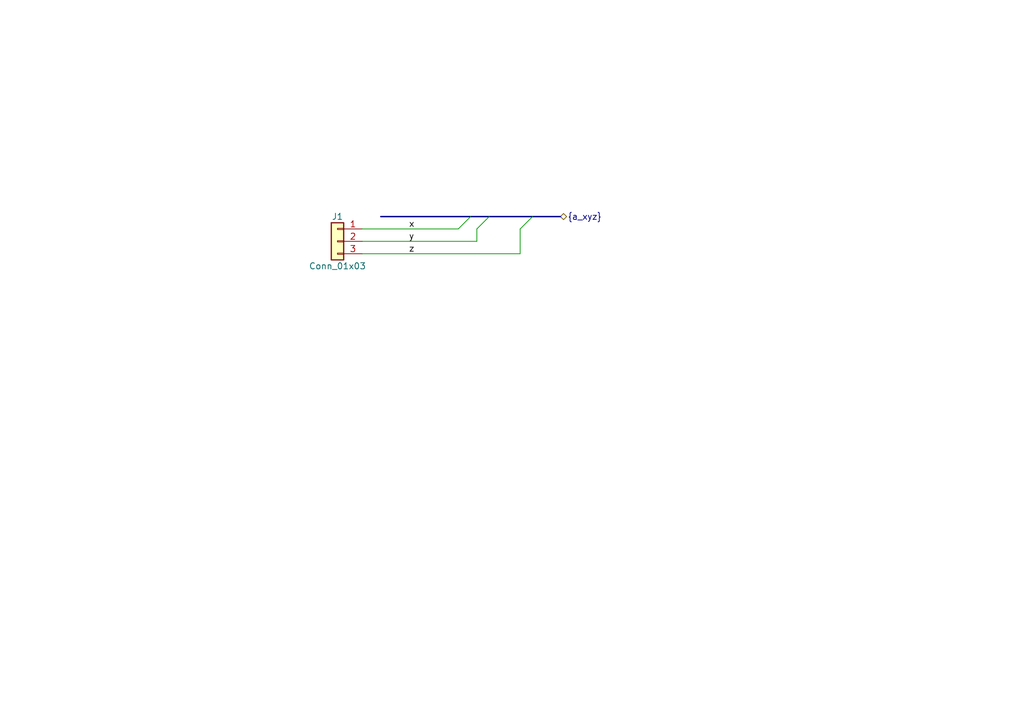
<source format=kicad_sch>
(kicad_sch (version 20230121) (generator eeschema)
  (paper "A5")
  (lib_symbols
    (symbol "~ Connector_Generic:Conn_01x03" (pin_names (offset 1.016) hide)
      (property "Reference" "J" (at 0 5.08 0))
      (property "Value" "Conn_01x03" (at 0 -5.08 0))
      (symbol "Conn_01x03_1_1"
        (rectangle (start -1.27 -2.413) (end 0 -2.667) (stroke (width 0.1524)))
        (rectangle (start -1.27 0.127) (end 0 -0.127) (stroke (width 0.1524)))
        (rectangle (start -1.27 2.667) (end 0 2.413) (stroke (width 0.1524)))
        (rectangle (start -1.27 3.81) (end 1.27 -3.81) (stroke (width 0.254)) (fill (type background)))
        (pin passive line (at -5.08 2.54 0) (length 3.81) (name "Pin_1") (number "1"))
        (pin passive line (at -5.08 0 0) (length 3.81) (name "Pin_2") (number "2"))
        (pin passive line (at -5.08 -2.54 0) (length 3.81) (name "Pin_3") (number "3"))
      )
    )
  )
  (bus_entry (at 96.52 44.45) (size -2.54 2.54))
  (bus_entry (at 109.22 44.45) (size -2.54 2.54))
  (bus_entry (at 100.33 44.45) (size -2.54 2.54))
  (wire (pts (xy 74.295 49.53) (xy 97.79 49.53)))
  (wire (pts (xy 106.68 46.99) (xy 106.68 52.07)))
  (bus (pts (xy 96.52 44.45) (xy 78.105 44.45)))
  (wire (pts (xy 97.79 46.99) (xy 97.79 49.53)))
  (wire (pts (xy 74.295 46.99) (xy 93.98 46.99)))
  (bus (pts (xy 109.22 44.45) (xy 100.33 44.45)))
  (bus (pts (xy 114.935 44.45) (xy 109.22 44.45)))
  (bus (pts (xy 100.33 44.45) (xy 96.52 44.45)))
  (wire (pts (xy 74.295 52.07) (xy 106.68 52.07)))
  (label "z" (at 83.82 52.07 0))
  (label "x" (at 83.82 46.99 0))
  (label "y" (at 83.82 49.53 0))
  (hierarchical_label "{a_xyz}" (shape bidirectional) (at 114.935 44.45 0))
  (symbol (lib_id "~ Connector_Generic:Conn_01x03") (at 69.215 49.53 0) (mirror y) (unit 1)
    (property "Reference" "J1" (at 69.215 44.45 0))
    (property "Value" "Conn_01x03" (at 69.215 54.61 0))
  )
)
</source>
